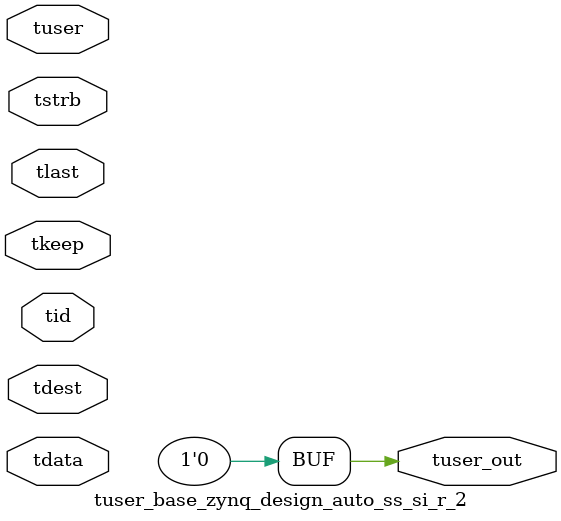
<source format=v>


`timescale 1ps/1ps

module tuser_base_zynq_design_auto_ss_si_r_2 #
(
parameter C_S_AXIS_TUSER_WIDTH = 1,
parameter C_S_AXIS_TDATA_WIDTH = 32,
parameter C_S_AXIS_TID_WIDTH   = 0,
parameter C_S_AXIS_TDEST_WIDTH = 0,
parameter C_M_AXIS_TUSER_WIDTH = 1
)
(
input  [(C_S_AXIS_TUSER_WIDTH == 0 ? 1 : C_S_AXIS_TUSER_WIDTH)-1:0     ] tuser,
input  [(C_S_AXIS_TDATA_WIDTH == 0 ? 1 : C_S_AXIS_TDATA_WIDTH)-1:0     ] tdata,
input  [(C_S_AXIS_TID_WIDTH   == 0 ? 1 : C_S_AXIS_TID_WIDTH)-1:0       ] tid,
input  [(C_S_AXIS_TDEST_WIDTH == 0 ? 1 : C_S_AXIS_TDEST_WIDTH)-1:0     ] tdest,
input  [(C_S_AXIS_TDATA_WIDTH/8)-1:0 ] tkeep,
input  [(C_S_AXIS_TDATA_WIDTH/8)-1:0 ] tstrb,
input                                                                    tlast,
output [C_M_AXIS_TUSER_WIDTH-1:0] tuser_out
);

assign tuser_out = {1'b0};

endmodule


</source>
